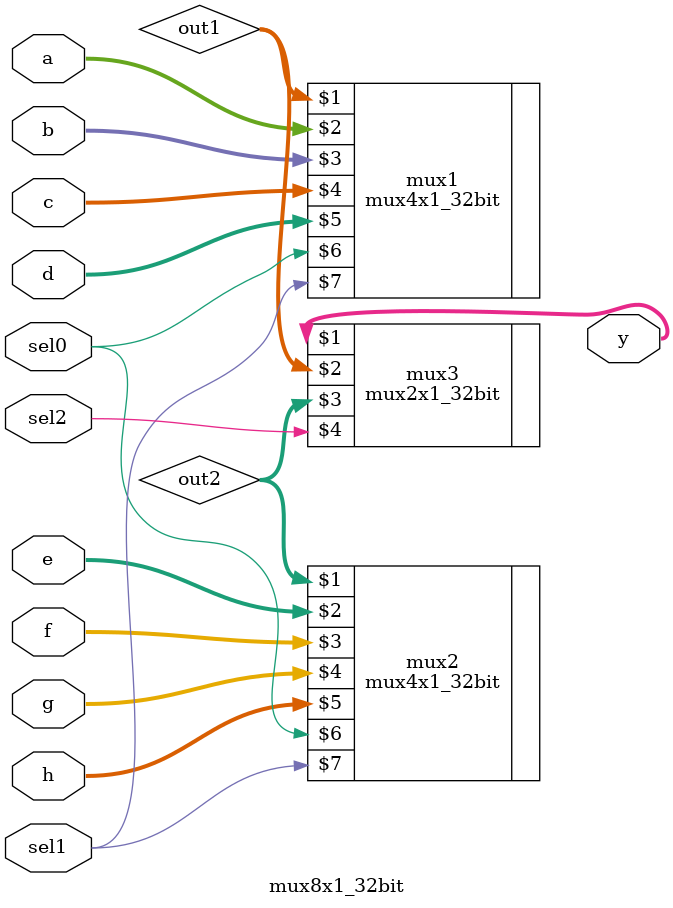
<source format=v>
module mux8x1_32bit (
	output [31:0] y,
	input [31:0] a,
	input [31:0] b,
	input [31:0] c,
	input [31:0] d,
	input [31:0] e,
	input [31:0] f,
	input [31:0] g,
	input [31:0] h,
	input sel0,
	input sel1,
	input sel2
);

	wire [31:0] out1;
	wire [31:0] out2;

	mux4x1_32bit mux1 (out1, a, b, c, d, sel0, sel1);
	mux4x1_32bit mux2 (out2, e, f, g, h, sel0, sel1);
	mux2x1_32bit mux3 (y, out1, out2, sel2);
	
endmodule

</source>
